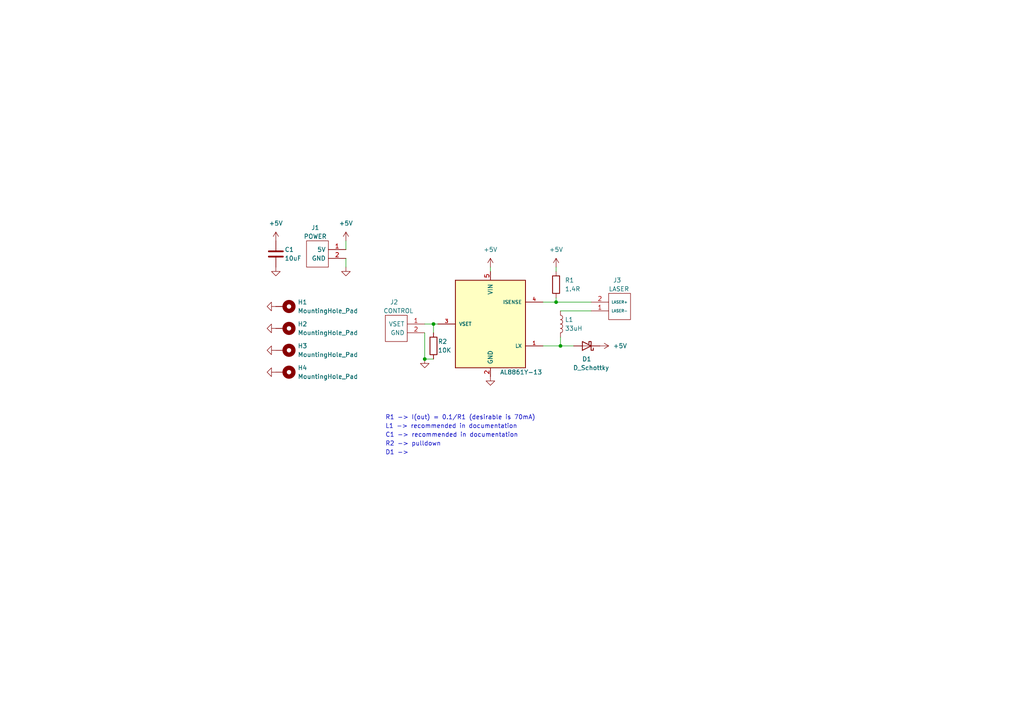
<source format=kicad_sch>
(kicad_sch (version 20211123) (generator eeschema)
  (paper "A4")
  (lib_symbols
    (symbol "105313-1102_1" (pin_names (offset 0.762))
      (property "Reference" "J1" (at -7.62 8.89 0))
      (property "Value" "POWER" (at -7.62 6.35 0))
      (symbol "105313-1102_1_0_0"
        (pin passive line (at 0 -2.54 0) (length 5.08) (name "5V") (number "1"))
        (pin passive line (at 0 0 0) (length 5.08) (name "GND") (number "2"))
      )
      (symbol "105313-1102_1_0_1"
        (polyline (pts (xy 5.08 2.54) (xy 11.43 2.54) (xy 11.43 -5.08) (xy 5.08 -5.08) (xy 5.08 2.54)) (stroke (width 0.1524)))
      )
    )
    (symbol "105313-1102_2" (pin_names (offset 0.762))
      (property "Reference" "J3" (at 11.43 0 0))
      (property "Value" "LASER" (at 11.43 -2.5399 0))
      (symbol "105313-1102_2_0_0"
        (pin passive line (at 0 -2.54 0) (length 5.08) (name "LASER-") (number "1"))
        (pin passive line (at 0 0 0) (length 5.08) (name "LASER+") (number "2"))
      )
      (symbol "105313-1102_2_0_1"
        (polyline (pts (xy 5.08 2.54) (xy 11.43 2.54) (xy 11.43 -5.08) (xy 5.08 -5.08) (xy 5.08 2.54)) (stroke (width 0.1524)))
      )
    )
    (symbol "AL8861Y-13:AL8861Y-13" (pin_names (offset 1.016))
      (property "Value" "AL8861Y-13" (at 8.89 -13.97 0))
      (symbol "AL8861Y-13_0_0"
        (rectangle (start -10.16 -12.7) (end 10.16 12.7) (stroke (width 0.254)) (fill (type background)))
        (pin passive line (at 15.24 -6.35 180) (length 5.08) (name "LX") (number "1"))
        (pin input line (at -15.24 0 0) (length 5.08) (name "VSET") (number "3"))
        (pin passive line (at 15.24 6.35 180) (length 5.08) (name "ISENSE") (number "4"))
      )
      (symbol "AL8861Y-13_1_1"
        (pin passive line (at 0 -15.24 90) (length 2.54) (name "GND") (number "2"))
        (pin power_in line (at 0 15.24 270) (length 2.54) (name "VIN") (number "5"))
      )
    )
    (symbol "Device:C" (pin_numbers hide) (pin_names (offset 0.254))
      (property "Reference" "C" (at 0.635 2.54 0))
      (property "Value" "C" (at 0.635 -2.54 0))
      (symbol "C_0_1"
        (polyline (pts (xy -2.032 -0.762) (xy 2.032 -0.762)) (stroke (width 0.508)))
        (polyline (pts (xy -2.032 0.762) (xy 2.032 0.762)) (stroke (width 0.508)))
      )
      (symbol "C_1_1"
        (pin passive line (at 0 3.81 270) (length 2.794) (name "~") (number "1"))
        (pin passive line (at 0 -3.81 90) (length 2.794) (name "~") (number "2"))
      )
    )
    (symbol "Device:D_Schottky" (pin_numbers hide) (pin_names (offset 1.016) hide)
      (property "Reference" "D" (at 0 2.54 0))
      (property "Value" "D_Schottky" (at 0 -2.54 0))
      (symbol "D_Schottky_0_1"
        (polyline (pts (xy 1.27 0) (xy -1.27 0)))
        (polyline (pts (xy 1.27 1.27) (xy 1.27 -1.27) (xy -1.27 0) (xy 1.27 1.27)) (stroke (width 0.254)))
        (polyline (pts (xy -1.905 0.635) (xy -1.905 1.27) (xy -1.27 1.27) (xy -1.27 -1.27) (xy -0.635 -1.27) (xy -0.635 -0.635)) (stroke (width 0.254)))
      )
      (symbol "D_Schottky_1_1"
        (pin passive line (at -3.81 0 0) (length 2.54) (name "K") (number "1"))
        (pin passive line (at 3.81 0 180) (length 2.54) (name "A") (number "2"))
      )
    )
    (symbol "Device:L" (pin_numbers hide) (pin_names (offset 1.016) hide)
      (property "Reference" "L" (at -1.27 0 90))
      (property "Value" "L" (at 1.905 0 90))
      (symbol "L_0_1"
        (arc (start 0 -2.54) (mid 0.635 -1.905) (end 0 -1.27))
        (arc (start 0 -1.27) (mid 0.635 -0.635) (end 0 0))
        (arc (start 0 0) (mid 0.635 0.635) (end 0 1.27))
        (arc (start 0 1.27) (mid 0.635 1.905) (end 0 2.54))
      )
      (symbol "L_1_1"
        (pin passive line (at 0 3.81 270) (length 1.27) (name "1") (number "1"))
        (pin passive line (at 0 -3.81 90) (length 1.27) (name "2") (number "2"))
      )
    )
    (symbol "Device:R" (pin_numbers hide) (pin_names (offset 0))
      (property "Reference" "R" (at 2.032 0 90))
      (property "Value" "R" (at 0 0 90))
      (symbol "R_0_1"
        (rectangle (start -1.016 -2.54) (end 1.016 2.54) (stroke (width 0.254)))
      )
      (symbol "R_1_1"
        (pin passive line (at 0 3.81 270) (length 1.27) (name "~") (number "1"))
        (pin passive line (at 0 -3.81 90) (length 1.27) (name "~") (number "2"))
      )
    )
    (symbol "Mechanical:MountingHole_Pad" (pin_numbers hide) (pin_names (offset 1.016) hide)
      (property "Reference" "H" (at 0 6.35 0))
      (property "Value" "MountingHole_Pad" (at 0 4.445 0))
      (symbol "MountingHole_Pad_0_1"
        (circle (center 0 1.27) (radius 1.27) (stroke (width 1.27)))
      )
      (symbol "MountingHole_Pad_1_1"
        (pin input line (at 0 -2.54 90) (length 2.54) (name "1") (number "1"))
      )
    )
    (symbol "Mouser:105313-1102" (pin_names (offset 0.762))
      (property "Reference" "J2" (at -8.89 8.89 0))
      (property "Value" "CONTROL" (at -7.62 6.35 0))
      (symbol "105313-1102_0_0"
        (pin passive line (at 0 -2.54 0) (length 5.08) (name "VSET") (number "1"))
        (pin passive line (at 0 0 0) (length 5.08) (name "GND") (number "2"))
      )
      (symbol "105313-1102_0_1"
        (polyline (pts (xy 5.08 2.54) (xy 11.43 2.54) (xy 11.43 -5.08) (xy 5.08 -5.08) (xy 5.08 2.54)) (stroke (width 0.1524)))
      )
    )
    (symbol "power:+5V" (power) (pin_names (offset 0))
      (property "Value" "+5V" (at 0 3.556 0))
      (symbol "+5V_0_1"
        (polyline (pts (xy -0.762 1.27) (xy 0 2.54)))
        (polyline (pts (xy 0 0) (xy 0 2.54)))
        (polyline (pts (xy 0 2.54) (xy 0.762 1.27)))
      )
      (symbol "+5V_1_1"
        (pin power_in line (at 0 0 90) (length 0) hide (name "+5V") (number "1"))
      )
    )
    (symbol "power:GND" (power) (pin_names (offset 0))
      (property "Value" "GND" (at 0 -3.81 0))
      (symbol "GND_0_1"
        (polyline (pts (xy 0 0) (xy 0 -1.27) (xy 1.27 -1.27) (xy 0 -2.54) (xy -1.27 -1.27) (xy 0 -1.27)))
      )
      (symbol "GND_1_1"
        (pin power_in line (at 0 0 270) (length 0) hide (name "GND") (number "1"))
      )
    )
  )
  (junction (at 123.19 104.14))
  (junction (at 162.56 100.33))
  (junction (at 125.73 93.98))
  (junction (at 161.29 87.63))
  (wire (pts (xy 100.33 72.39) (xy 100.33 69.85)))
  (wire (pts (xy 162.56 90.17) (xy 171.45 90.17)))
  (wire (pts (xy 123.19 104.14) (xy 125.73 104.14)))
  (wire (pts (xy 161.29 77.47) (xy 161.29 78.74)))
  (wire (pts (xy 157.48 100.33) (xy 162.56 100.33)))
  (wire (pts (xy 161.29 87.63) (xy 171.45 87.63)))
  (wire (pts (xy 161.29 87.63) (xy 161.29 86.36)))
  (wire (pts (xy 125.73 93.98) (xy 127 93.98)))
  (wire (pts (xy 142.24 77.47) (xy 142.24 78.74)))
  (wire (pts (xy 162.56 100.33) (xy 166.37 100.33)))
  (wire (pts (xy 123.19 96.52) (xy 123.19 104.14)))
  (wire (pts (xy 123.19 93.98) (xy 125.73 93.98)))
  (wire (pts (xy 125.73 93.98) (xy 125.73 96.52)))
  (wire (pts (xy 162.56 100.33) (xy 162.56 97.79)))
  (wire (pts (xy 100.33 74.93) (xy 100.33 77.47)))
  (wire (pts (xy 157.48 87.63) (xy 161.29 87.63)))
  (text "C1 -> recommended in documentation" (at 111.76 127 0) (effects (font (size 1.27 1.27)) (justify left bottom)))
  (text "D1 -> " (at 111.76 132.08 0) (effects (font (size 1.27 1.27)) (justify left bottom)))
  (text "R2 -> pulldown" (at 111.76 129.54 0) (effects (font (size 1.27 1.27)) (justify left bottom)))
  (text "R1 -> I(out) = 0.1/R1 (desirable is 70mA)" (at 111.76 121.92 0) (effects (font (size 1.27 1.27)) (justify left bottom)))
  (text "L1 -> recommended in documentation" (at 111.76 124.46 0) (effects (font (size 1.27 1.27)) (justify left bottom)))
  (symbol (lib_id "power:GND") (at 80.01 88.9 270) (unit 1)
    (property "Reference" "#PWR0111" (effects hide))
    (property "Value" "GND" (effects hide))
  )
  (symbol (lib_id "power:GND") (at 142.24 109.22 0) (unit 1)
    (property "Reference" "#PWR0109" (effects hide))
    (property "Value" "GND" (effects hide))
  )
  (symbol (lib_id "Mechanical:MountingHole_Pad") (at 82.55 95.25 270) (unit 1)
    (property "Reference" "H2" (at 86.36 93.9799 90) (effects (justify left)))
    (property "Value" "MountingHole_Pad" (at 86.36 96.5199 90) (effects (justify left)))
    (property "Footprint" "MountingHole:MountingHole_3.2mm_M3_Pad" (effects hide))
  )
  (symbol (lib_id "Device:R") (at 161.29 82.55 0) (unit 1)
    (property "Reference" "R1" (at 163.83 81.2799 0) (effects (justify left)))
    (property "Value" "1.4R" (at 163.83 83.8199 0) (effects (justify left)))
    (property "Footprint" "Resistor_SMD:R_1206_3216Metric_Pad1.30x1.75mm_HandSolder" (effects hide))
    (property "Datasheet" "https://cz.mouser.com/datasheet/2/427/crcwhpe3-1713858.pdf" (effects hide))
    (property "Description" "Pulse Proof, High Power Thick Film Chip Resistors" (effects hide))
    (property "Height" "0.5" (effects hide))
    (property "Manufacturer_Name" "Vishay" (effects hide))
    (property "Manufacturer_Part_Number" "CRCW12061R40FKEAHP" (effects hide))
    (property "Mouser Part Number" "71-CRCW12061R40FKEAH" (effects hide))
    (property "Mouser Price/Stock" "https://cz.mouser.com/ProductDetail/Vishay-Dale/CRCW12061R40FKEAHP?qs=sGAEpiMZZMtlubZbdhIBIKX7RhrzB5EAcpOpcfNegIg%3D" (effects hide))
  )
  (symbol (lib_id "power:GND") (at 100.33 77.47 0) (unit 1)
    (property "Reference" "#PWR0104" (effects hide))
    (property "Value" "GND" (effects hide))
  )
  (symbol (lib_id "Device:C") (at 80.01 73.66 0) (unit 1)
    (property "Reference" "C1" (at 82.55 72.39 0) (effects (justify left)))
    (property "Value" "10uF" (at 82.55 74.93 0) (effects (justify left)))
    (property "Footprint" "Capacitor_SMD:C_1206_3216Metric_Pad1.33x1.80mm_HandSolder" (effects hide))
    (property "Datasheet" "https://cz.mouser.com/datasheet/2/40/AVXC_S_A0011739160_1-2538294.pdf" (effects hide))
    (property "Description" "Niobium Oxide Capacitor - low ESR" (effects hide))
    (property "Height" "1.6" (effects hide))
    (property "Manufacturer_Name" "Kyocera AVX" (effects hide))
    (property "Manufacturer_Part_Number" "NOSA106M006R0800" (effects hide))
    (property "Mouser Part Number" "581-NOSA106M006R0800" (effects hide))
    (property "Mouser Price/Stock" "https://cz.mouser.com/ProductDetail/Kyocera-AVX/NOSA106M006R0800?qs=lf4nBRBu87N2KPP%2FFTCh%2Fg%3D%3D" (effects hide))
  )
  (symbol (lib_id "AL8861Y-13:AL8861Y-13") (at 142.24 93.98 0) (unit 1)
    (property "Reference" "U0" (effects hide))
    (property "Value" "AL8861Y-13" (at 151.13 107.95 0))
    (property "Footprint" "Package_TO_SOT_SMD:SOT-89-5" (effects hide))
    (property "Manufacturer_Name" "Diodes Incorporated" (effects hide))
  )
  (symbol (lib_id "Mechanical:MountingHole_Pad") (at 82.55 107.95 270) (unit 1)
    (property "Reference" "H4" (at 86.36 106.6799 90) (effects (justify left)))
    (property "Value" "MountingHole_Pad" (at 86.36 109.2199 90) (effects (justify left)))
    (property "Footprint" "MountingHole:MountingHole_3.2mm_M3_Pad" (effects hide))
  )
  (symbol (lib_name "105313-1102_2") (lib_id "Mouser:105313-1102") (at 171.45 87.63 0) (unit 1)
    (property "Reference" "J3" (at 177.8 81.28 0) (effects (justify left)))
    (property "Value" "LASER" (at 176.53 83.82 0) (effects (justify left)))
    (property "Footprint" "Connector_Molex:Molex_Nano-Fit_105313-xx02_1x02_P2.50mm_Horizontal" (effects hide))
    (property "Datasheet" "https://www.molex.com/molex/products/datasheet.jsp?part=active/1053131102_PCB_HEADERS.xml&channel=Products&Lang=en-US" (effects hide))
    (property "Description" "Molex Nano-Fit 105313, 2.5mm Pitch, 2 Way, 1 Row, Right Angle PCB Header, Through Hole" (effects hide))
    (property "Height" "6.84" (effects hide))
    (property "Mouser Part Number" "538-105313-1102" (effects hide))
    (property "Mouser Price/Stock" "https://www.mouser.co.uk/ProductDetail/Molex/105313-1102?qs=PqFvFmEiOr7V6NoGOXhDtg%3D%3D" (effects hide))
    (property "Manufacturer_Name" "Molex" (effects hide))
    (property "Manufacturer_Part_Number" "105313-1102" (effects hide))
  )
  (symbol (lib_id "power:GND") (at 123.19 104.14 0) (unit 1)
    (property "Reference" "#PWR0101" (effects hide))
    (property "Value" "GND" (effects hide))
  )
  (symbol (lib_id "Device:R") (at 125.73 100.33 0) (unit 1)
    (property "Reference" "R2" (at 127 99.06 0) (effects (justify left)))
    (property "Value" "10K" (at 127 101.6 0) (effects (justify left)))
    (property "Footprint" "Resistor_SMD:R_1206_3216Metric_Pad1.30x1.75mm_HandSolder" (effects hide))
    (property "Datasheet" "https://cz.mouser.com/datasheet/2/427/crma-1765222.pdf" (effects hide))
    (property "Description" "Thick Film Chip Resistors, High Voltage" (effects hide))
    (property "Height" "0.64" (effects hide))
    (property "Manufacturer_Name" "Vishay" (effects hide))
    (property "Manufacturer_Part_Number" "CRMA1206AF10M0DKEF" (effects hide))
    (property "Mouser Part Number" "71-CRMA1206AF10M0DKF" (effects hide))
    (property "Mouser Price/Stock" "https://cz.mouser.com/ProductDetail/Vishay/CRMA1206AF10M0DKEF?qs=sGAEpiMZZMtlubZbdhIBIBxun8lRlHAq%2FIz2krH0LIo%3D" (effects hide))
  )
  (symbol (lib_id "Device:L") (at 162.56 93.98 0) (unit 1)
    (property "Reference" "L1" (at 163.83 92.7099 0) (effects (justify left)))
    (property "Value" "33uH" (at 163.83 95.2499 0) (effects (justify left)))
    (property "Footprint" "Custom:4800S" (effects hide))
    (property "Datasheet" "https://search.murata.co.jp/Ceramy/image/img/P02A/kmp_4800s.pdf" (effects hide))
    (property "Description" "Shielded Surface Mount Power Inductor" (effects hide))
    (property "Height" "6" (effects hide))
    (property "Manufacturer_Name" "Murata" (effects hide))
    (property "Manufacturer_Part_Number" "48330SC" (effects hide))
    (property "Mouser Part Number" "580-48330SC" (effects hide))
    (property "Mouser Price/Stock" "https://cz.mouser.com/ProductDetail/Murata-Power-Solutions/48330SC?qs=ocmcTMnGEDhjG7rGQPBfBw%3D%3D" (effects hide))
  )
  (symbol (lib_id "power:+5V") (at 80.01 69.85 0) (unit 1)
    (property "Reference" "#PWR0105" (effects hide))
    (property "Value" "+5V" (at 80.01 64.77 0))
  )
  (symbol (lib_id "Mechanical:MountingHole_Pad") (at 82.55 88.9 270) (unit 1)
    (property "Reference" "H1" (at 86.36 87.6299 90) (effects (justify left)))
    (property "Value" "MountingHole_Pad" (at 86.36 90.1699 90) (effects (justify left)))
    (property "Footprint" "MountingHole:MountingHole_3.2mm_M3_Pad" (effects hide))
  )
  (symbol (lib_id "Device:D_Schottky") (at 170.18 100.33 180) (unit 1)
    (property "Reference" "D1" (at 170.18 104.14 0))
    (property "Value" "D_Schottky" (at 171.45 106.68 0))
    (property "Footprint" "Diode_SMD:D_SOD-123F" (effects hide))
    (property "Datasheet" "https://cz.mouser.com/datasheet/2/427/sl02-2898123.pdf" (effects hide))
    (property "Description" "Schottky Rectifier Surface-Mount " (effects hide))
    (property "Manufacturer_Name" "Vishay" (effects hide))
    (property "Manufacturer_Part_Number" "SL02-GS08" (effects hide))
    (property "Mouser Part Number" "78-SL02" (effects hide))
    (property "Mouser Price/Stock" "https://cz.mouser.com/ProductDetail/Vishay-Semiconductors/SL02-GS08?qs=VyI7xC7jlbxcLcoe289VUw%3D%3D" (effects hide))
  )
  (symbol (lib_id "power:GND") (at 80.01 77.47 0) (unit 1)
    (property "Reference" "#PWR0106" (effects hide))
    (property "Value" "GND" (effects hide))
  )
  (symbol (lib_id "power:+5V") (at 161.29 77.47 0) (unit 1)
    (property "Reference" "#PWR0108" (effects hide))
    (property "Value" "+5V" (at 161.29 72.39 0))
  )
  (symbol (lib_id "power:+5V") (at 100.33 69.85 0) (unit 1)
    (property "Reference" "#PWR0107" (effects hide))
    (property "Value" "+5V" (at 100.33 64.77 0))
  )
  (symbol (lib_id "power:GND") (at 80.01 95.25 270) (unit 1)
    (property "Reference" "#PWR0112" (effects hide))
    (property "Value" "GND" (effects hide))
  )
  (symbol (lib_id "power:+5V") (at 173.99 100.33 270) (unit 1)
    (property "Reference" "#PWR0102" (effects hide))
    (property "Value" "+5V" (at 177.8 100.3299 90) (effects (justify left)))
  )
  (symbol (lib_name "105313-1102_1") (lib_id "Mouser:105313-1102") (at 100.33 74.93 180) (unit 1)
    (property "Reference" "J1" (at 91.44 66.04 0))
    (property "Value" "POWER" (at 91.44 68.58 0))
    (property "Footprint" "Connector_Molex:Molex_Nano-Fit_105313-xx02_1x02_P2.50mm_Horizontal" (effects hide))
    (property "Datasheet" "https://www.molex.com/molex/products/datasheet.jsp?part=active/1053131102_PCB_HEADERS.xml&channel=Products&Lang=en-US" (effects hide))
    (property "Description" "Molex Nano-Fit 105313, 2.5mm Pitch, 2 Way, 1 Row, Right Angle PCB Header, Through Hole" (effects hide))
    (property "Height" "6.84" (effects hide))
    (property "Mouser Part Number" "538-105313-1102" (effects hide))
    (property "Mouser Price/Stock" "https://www.mouser.co.uk/ProductDetail/Molex/105313-1102?qs=PqFvFmEiOr7V6NoGOXhDtg%3D%3D" (effects hide))
    (property "Manufacturer_Name" "Molex" (effects hide))
    (property "Manufacturer_Part_Number" "105313-1102" (effects hide))
  )
  (symbol (lib_id "Mechanical:MountingHole_Pad") (at 82.55 101.6 270) (unit 1)
    (property "Reference" "H3" (at 86.36 100.3299 90) (effects (justify left)))
    (property "Value" "MountingHole_Pad" (at 86.36 102.8699 90) (effects (justify left)))
    (property "Footprint" "MountingHole:MountingHole_3.2mm_M3_Pad" (effects hide))
  )
  (symbol (lib_id "power:GND") (at 80.01 101.6 270) (unit 1)
    (property "Reference" "#PWR0110" (effects hide))
    (property "Value" "GND" (effects hide))
  )
  (symbol (lib_id "power:+5V") (at 142.24 77.47 0) (unit 1)
    (property "Reference" "#PWR0103" (effects hide))
    (property "Value" "+5V" (at 142.24 72.39 0))
  )
  (symbol (lib_id "Mouser:105313-1102") (at 123.19 96.52 180) (unit 1)
    (property "Reference" "J2" (at 114.3 87.63 0))
    (property "Value" "CONTROL" (at 115.57 90.17 0))
    (property "Footprint" "Connector_Molex:Molex_Nano-Fit_105313-xx02_1x02_P2.50mm_Horizontal" (effects hide))
    (property "Datasheet" "https://www.molex.com/molex/products/datasheet.jsp?part=active/1053131102_PCB_HEADERS.xml&channel=Products&Lang=en-US" (effects hide))
    (property "Description" "Molex Nano-Fit 105313, 2.5mm Pitch, 2 Way, 1 Row, Right Angle PCB Header, Through Hole" (effects hide))
    (property "Height" "6.84" (effects hide))
    (property "Mouser Part Number" "538-105313-1102" (effects hide))
    (property "Mouser Price/Stock" "https://www.mouser.co.uk/ProductDetail/Molex/105313-1102?qs=PqFvFmEiOr7V6NoGOXhDtg%3D%3D" (effects hide))
    (property "Manufacturer_Name" "Molex" (effects hide))
    (property "Manufacturer_Part_Number" "105313-1102" (effects hide))
  )
  (symbol (lib_id "power:GND") (at 80.01 107.95 270) (unit 1)
    (property "Reference" "#PWR0113" (effects hide))
    (property "Value" "GND" (effects hide))
  )
)
</source>
